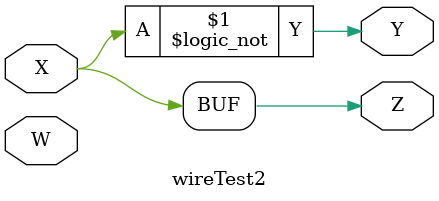
<source format=v>


module wireTest2(W, X, Y,Z);

    input W;
    input X;
    
    output Y;
    output Z;
    
    assign Y = !X;      //Assign the negation of X to Y.
    assign Z = !Y;      //Assign the negation of Y to Z.

endmodule
</source>
